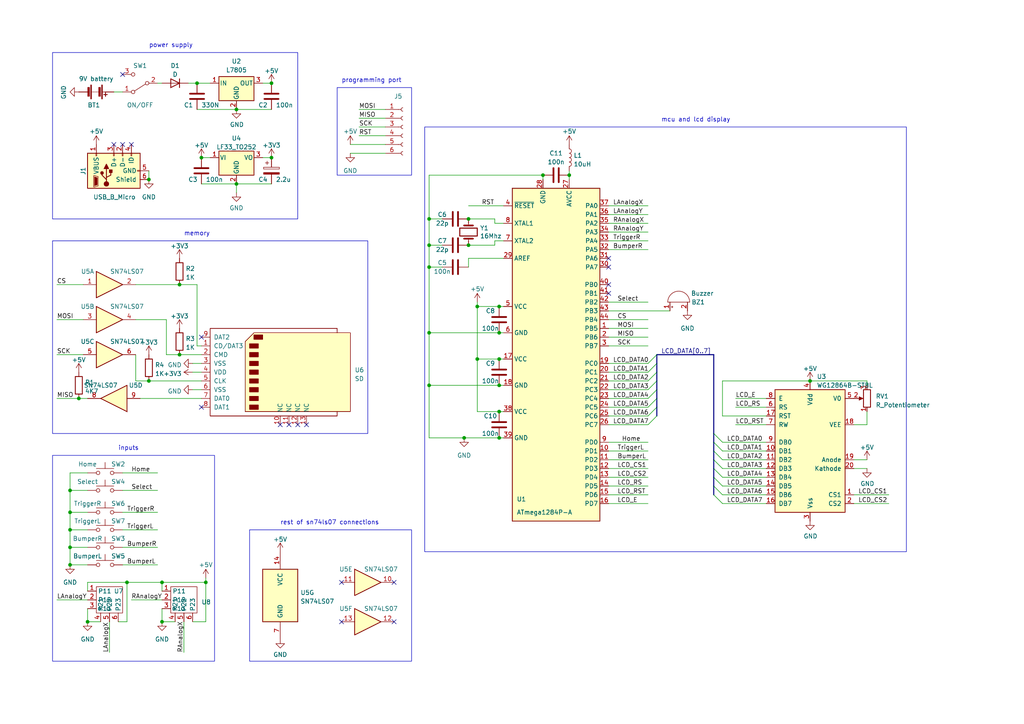
<source format=kicad_sch>
(kicad_sch (version 20230121) (generator eeschema)
  (paper "A4")
  (lib_symbols
    (symbol "74xx:SN74LS07" (pin_names (offset 1.016))
      (property "Reference" "U" (at 0 1.27 0))
      (property "Value" "SN74LS07" (at 0 -1.27 0))
      (symbol "SN74LS07_1_0"
        (pin input line (at -7.62 0 0) (length 3.81) (name "~") (number "1"))
        (pin open_collector line (at 7.62 0 180) (length 3.81) (name "~") (number "2"))
      )
      (symbol "SN74LS07_2_0"
        (pin input line (at -7.62 0 0) (length 3.81) (name "~") (number "3"))
        (pin open_collector line (at 7.62 0 180) (length 3.81) (name "~") (number "4"))
      )
      (symbol "SN74LS07_3_0"
        (pin input line (at -7.62 0 0) (length 3.81) (name "~") (number "5"))
        (pin open_collector line (at 7.62 0 180) (length 3.81) (name "~") (number "6"))
      )
      (symbol "SN74LS07_4_0"
        (pin open_collector line (at 7.62 0 180) (length 3.81) (name "~") (number "8"))
        (pin input line (at -7.62 0 0) (length 3.81) (name "~") (number "9"))
      )
      (symbol "SN74LS07_5_0"
        (pin open_collector line (at 7.62 0 180) (length 3.81) (name "~") (number "10"))
        (pin input line (at -7.62 0 0) (length 3.81) (name "~") (number "11"))
      )
      (symbol "SN74LS07_6_0"
        (pin open_collector line (at 7.62 0 180) (length 3.81) (name "~") (number "12"))
        (pin input line (at -7.62 0 0) (length 3.81) (name "~") (number "13"))
      )
      (symbol "SN74LS07_7_0"
        (pin power_in line (at 0 12.7 270) (length 5.08) (name "VCC") (number "14"))
        (pin power_in line (at 0 -12.7 90) (length 5.08) (name "GND") (number "7"))
      )
    )
    (symbol "Connector:Conn_01x06_Socket" (pin_names (offset 1.016) hide)
      (property "Reference" "J" (at 0 7.62 0))
      (property "Value" "Conn_01x06_Socket" (at 0 -10.16 0))
      (symbol "Conn_01x06_Socket_1_1"
        (pin passive line (at -5.08 5.08 0) (length 3.81) (name "Pin_1") (number "1"))
        (pin passive line (at -5.08 2.54 0) (length 3.81) (name "Pin_2") (number "2"))
        (pin passive line (at -5.08 0 0) (length 3.81) (name "Pin_3") (number "3"))
        (pin passive line (at -5.08 -2.54 0) (length 3.81) (name "Pin_4") (number "4"))
        (pin passive line (at -5.08 -5.08 0) (length 3.81) (name "Pin_5") (number "5"))
        (pin passive line (at -5.08 -7.62 0) (length 3.81) (name "Pin_6") (number "6"))
      )
    )
    (symbol "Device:Battery" (pin_numbers hide) (pin_names (offset 0) hide)
      (property "Reference" "BT" (at 2.54 2.54 0))
      (property "Value" "Battery" (at 2.54 0 0))
      (symbol "Battery_1_1"
        (pin passive line (at 0 5.08 270) (length 2.54) (name "+") (number "1"))
        (pin passive line (at 0 -5.08 90) (length 2.54) (name "-") (number "2"))
      )
    )
    (symbol "Device:Buzzer" (pin_names (offset 0.0254) hide)
      (property "Reference" "BZ" (at 3.81 1.27 0))
      (property "Value" "Buzzer" (at 3.81 -1.27 0))
      (symbol "Buzzer_1_1"
        (pin passive line (at -2.54 2.54 0) (length 2.54) (name "-") (number "1"))
        (pin passive line (at -2.54 -2.54 0) (length 2.54) (name "+") (number "2"))
      )
    )
    (symbol "Device:C" (pin_numbers hide) (pin_names (offset 0.254))
      (property "Reference" "C" (at 0.635 2.54 0))
      (property "Value" "C" (at 0.635 -2.54 0))
      (symbol "C_1_1"
        (pin passive line (at 0 3.81 270) (length 2.794) (name "~") (number "1"))
        (pin passive line (at 0 -3.81 90) (length 2.794) (name "~") (number "2"))
      )
    )
    (symbol "Device:C_Polarized" (pin_numbers hide) (pin_names (offset 0.254))
      (property "Reference" "C" (at 0.635 2.54 0))
      (property "Value" "C_Polarized" (at 0.635 -2.54 0))
      (symbol "C_Polarized_1_1"
        (pin passive line (at 0 3.81 270) (length 2.794) (name "~") (number "1"))
        (pin passive line (at 0 -3.81 90) (length 2.794) (name "~") (number "2"))
      )
    )
    (symbol "Device:Crystal" (pin_numbers hide) (pin_names (offset 1.016) hide)
      (property "Reference" "Y" (at 0 3.81 0))
      (property "Value" "Crystal" (at 0 -3.81 0))
      (symbol "Crystal_1_1"
        (pin passive line (at -3.81 0 0) (length 1.27) (name "1") (number "1"))
        (pin passive line (at 3.81 0 180) (length 1.27) (name "2") (number "2"))
      )
    )
    (symbol "Device:D" (pin_numbers hide) (pin_names (offset 1.016) hide)
      (property "Reference" "D" (at 0 2.54 0))
      (property "Value" "D" (at 0 -2.54 0))
      (symbol "D_1_1"
        (pin passive line (at -3.81 0 0) (length 2.54) (name "K") (number "1"))
        (pin passive line (at 3.81 0 180) (length 2.54) (name "A") (number "2"))
      )
    )
    (symbol "Device:L" (pin_numbers hide) (pin_names (offset 1.016) hide)
      (property "Reference" "L" (at -1.27 0 90))
      (property "Value" "L" (at 1.905 0 90))
      (symbol "L_1_1"
        (pin passive line (at 0 3.81 270) (length 1.27) (name "1") (number "1"))
        (pin passive line (at 0 -3.81 90) (length 1.27) (name "2") (number "2"))
      )
    )
    (symbol "Device:R" (pin_numbers hide) (pin_names (offset 0))
      (property "Reference" "R" (at 2.032 0 90))
      (property "Value" "R" (at 0 0 90))
      (symbol "R_1_1"
        (pin passive line (at 0 3.81 270) (length 1.27) (name "~") (number "1"))
        (pin passive line (at 0 -3.81 90) (length 1.27) (name "~") (number "2"))
      )
    )
    (symbol "Device:R_Potentiometer" (pin_names (offset 1.016) hide)
      (property "Reference" "RV" (at -4.445 0 90))
      (property "Value" "R_Potentiometer" (at -2.54 0 90))
      (symbol "R_Potentiometer_1_1"
        (pin passive line (at 0 3.81 270) (length 1.27) (name "1") (number "1"))
        (pin passive line (at 3.81 0 180) (length 1.27) (name "2") (number "2"))
        (pin passive line (at 0 -3.81 90) (length 1.27) (name "3") (number "3"))
      )
    )
    (symbol "Regulator_Linear:LF33_TO252" (pin_names (offset 0.254))
      (property "Reference" "U" (at -3.81 3.175 0))
      (property "Value" "LF33_TO252" (at 0 3.175 0))
      (symbol "LF33_TO252_1_1"
        (pin power_in line (at -7.62 0 0) (length 2.54) (name "VI") (number "1"))
        (pin power_in line (at 0 -7.62 90) (length 2.54) (name "GND") (number "2"))
        (pin power_out line (at 7.62 0 180) (length 2.54) (name "VO") (number "3"))
      )
    )
    (symbol "RetCon:ATmega1284P-A"
      (property "Reference" "U1" (at 1.9559 -50.8 0))
      (property "Value" "ATmega1284P-A" (at 1.9559 -53.34 0))
      (symbol "ATmega1284P-A_1_1"
        (pin bidirectional line (at 15.24 7.62 180) (length 2.54) (name "PB5") (number "1"))
        (pin bidirectional line (at 15.24 -27.94 180) (length 2.54) (name "PD1") (number "10"))
        (pin bidirectional line (at 15.24 -30.48 180) (length 2.54) (name "PD2") (number "11"))
        (pin bidirectional line (at 15.24 -33.02 180) (length 2.54) (name "PD3") (number "12"))
        (pin bidirectional line (at 15.24 -35.56 180) (length 2.54) (name "PD4") (number "13"))
        (pin bidirectional line (at 15.24 -38.1 180) (length 2.54) (name "PD5") (number "14"))
        (pin bidirectional line (at 15.24 -40.64 180) (length 2.54) (name "PD6") (number "15"))
        (pin bidirectional line (at 15.24 -43.18 180) (length 2.54) (name "PD7") (number "16"))
        (pin power_in line (at -15.24 -1.27 0) (length 2.54) (name "VCC") (number "17"))
        (pin power_in line (at -15.24 -8.89 0) (length 2.54) (name "GND") (number "18"))
        (pin bidirectional line (at 15.24 -2.54 180) (length 2.54) (name "PC0") (number "19"))
        (pin bidirectional line (at 15.24 5.08 180) (length 2.54) (name "PB6") (number "2"))
        (pin bidirectional line (at 15.24 -5.08 180) (length 2.54) (name "PC1") (number "20"))
        (pin bidirectional line (at 15.24 -7.62 180) (length 2.54) (name "PC2") (number "21"))
        (pin bidirectional line (at 15.24 -10.16 180) (length 2.54) (name "PC3") (number "22"))
        (pin bidirectional line (at 15.24 -12.7 180) (length 2.54) (name "PC4") (number "23"))
        (pin bidirectional line (at 15.24 -15.24 180) (length 2.54) (name "PC5") (number "24"))
        (pin bidirectional line (at 15.24 -17.78 180) (length 2.54) (name "PC6") (number "25"))
        (pin bidirectional line (at 15.24 -20.32 180) (length 2.54) (name "PC7") (number "26"))
        (pin input line (at 3.81 50.8 270) (length 2.54) (name "AVCC") (number "27"))
        (pin power_in line (at -3.81 50.8 270) (length 2.54) (name "GND") (number "28"))
        (pin passive line (at -15.24 27.94 0) (length 2.54) (name "AREF") (number "29"))
        (pin bidirectional line (at 15.24 2.54 180) (length 2.54) (name "PB7") (number "3"))
        (pin bidirectional line (at 15.24 25.4 180) (length 2.54) (name "PA7") (number "30"))
        (pin bidirectional line (at 15.24 27.94 180) (length 2.54) (name "PA6") (number "31"))
        (pin bidirectional line (at 15.24 30.48 180) (length 2.54) (name "PA5") (number "32"))
        (pin bidirectional line (at 15.24 33.02 180) (length 2.54) (name "PA4") (number "33"))
        (pin bidirectional line (at 15.24 35.56 180) (length 2.54) (name "PA3") (number "34"))
        (pin bidirectional line (at 15.24 38.1 180) (length 2.54) (name "PA2") (number "35"))
        (pin bidirectional line (at 15.24 40.64 180) (length 2.54) (name "PA1") (number "36"))
        (pin bidirectional line (at 15.24 43.18 180) (length 2.54) (name "PA0") (number "37"))
        (pin power_in line (at -15.24 -16.51 0) (length 2.54) (name "VCC") (number "38"))
        (pin power_in line (at -15.24 -24.13 0) (length 2.54) (name "GND") (number "39"))
        (pin input line (at -15.24 43.18 0) (length 2.54) (name "~{RESET}") (number "4"))
        (pin bidirectional line (at 15.24 20.32 180) (length 2.54) (name "PB0") (number "40"))
        (pin bidirectional line (at 15.24 17.78 180) (length 2.54) (name "PB1") (number "41"))
        (pin bidirectional line (at 15.24 15.24 180) (length 2.54) (name "PB2") (number "42"))
        (pin bidirectional line (at 15.24 12.7 180) (length 2.54) (name "PB3") (number "43"))
        (pin bidirectional line (at 15.24 10.16 180) (length 2.54) (name "PB4") (number "44"))
        (pin power_in line (at -15.24 13.97 0) (length 2.54) (name "VCC") (number "5"))
        (pin power_in line (at -15.24 6.35 0) (length 2.54) (name "GND") (number "6"))
        (pin output line (at -15.24 33.02 0) (length 2.54) (name "XTAL2") (number "7"))
        (pin input line (at -15.24 38.1 0) (length 2.54) (name "XTAL1") (number "8"))
        (pin bidirectional line (at 15.24 -25.4 180) (length 2.54) (name "PD0") (number "9"))
      )
    )
    (symbol "RetCon:L7805" (pin_names (offset 0.254))
      (property "Reference" "U2" (at -3.81 3.81 0))
      (property "Value" "L7805" (at 2.54 3.81 0))
      (symbol "L7805_1_1"
        (pin input line (at -7.62 0 0) (length 2.54) (name "IN") (number "1"))
        (pin power_in line (at 0 -7.62 90) (length 2.54) (name "GND") (number "2"))
        (pin power_out line (at 7.62 0 180) (length 2.54) (name "OUT") (number "3"))
      )
    )
    (symbol "RetCon:SD" (pin_names (offset 1.016))
      (property "Reference" "U6" (at 20.955 0.8347 0))
      (property "Value" "SD" (at 20.955 -1.7022 0))
      (symbol "SD_1_1"
        (pin input line (at -22.86 7.62 0) (length 2.54) (name "CD/DAT3") (number "1"))
        (pin input line (at 0 -15.24 90) (length 2.54) (name "NC") (number "10"))
        (pin input line (at 2.54 -15.24 90) (length 2.54) (name "NC") (number "11"))
        (pin input line (at 5.08 -15.24 90) (length 2.54) (name "NC") (number "12"))
        (pin input line (at 7.62 -15.24 90) (length 2.54) (name "NC") (number "13"))
        (pin input line (at -22.86 5.08 0) (length 2.54) (name "CMD") (number "2"))
        (pin power_in line (at -22.86 2.54 0) (length 2.54) (name "VSS") (number "3"))
        (pin power_in line (at -22.86 0 0) (length 2.54) (name "VDD") (number "4"))
        (pin input line (at -22.86 -2.54 0) (length 2.54) (name "CLK") (number "5"))
        (pin power_in line (at -22.86 -5.08 0) (length 2.54) (name "VSS") (number "6"))
        (pin output line (at -22.86 -7.62 0) (length 2.54) (name "DAT0") (number "7"))
        (pin input line (at -22.86 -10.16 0) (length 2.54) (name "DAT1") (number "8"))
        (pin input line (at -22.86 10.16 0) (length 2.54) (name "DAT2") (number "9"))
      )
    )
    (symbol "RetCon:USB_B_Micro" (pin_names (offset 1.016))
      (property "Reference" "J6" (at -0.635 -8.89 90))
      (property "Value" "USB_B_Micro" (at 1.905 -8.89 90))
      (symbol "USB_B_Micro_1_1"
        (pin power_in line (at 7.62 5.08 180) (length 2.54) (name "VBUS") (number "1"))
        (pin bidirectional line (at 7.62 -2.54 180) (length 2.54) (name "D-") (number "2"))
        (pin bidirectional line (at 7.62 0 180) (length 2.54) (name "D+") (number "3"))
        (pin passive line (at 7.62 -5.08 180) (length 2.54) (name "ID") (number "4"))
        (pin power_out line (at 0 -10.16 90) (length 2.54) (name "GND") (number "5"))
        (pin passive line (at -2.54 -10.16 90) (length 2.54) (name "Shield") (number "6"))
      )
    )
    (symbol "RetCon:WG12864B-STBL" (pin_names (offset 1.016))
      (property "Reference" "U3" (at 0 0 0))
      (property "Value" "WG12864B-STBL" (at 0 6.35 0))
      (symbol "WG12864B-STBL_1_1"
        (pin input line (at 12.7 -11.43 180) (length 2.54) (name "CS1") (number "1"))
        (pin input line (at -12.7 1.27 0) (length 2.54) (name "DB1") (number "10"))
        (pin input line (at -12.7 -1.27 0) (length 2.54) (name "DB2") (number "11"))
        (pin input line (at -12.7 -3.81 0) (length 2.54) (name "DB3") (number "12"))
        (pin input line (at -12.7 -6.35 0) (length 2.54) (name "DB4") (number "13"))
        (pin input line (at -12.7 -8.89 0) (length 2.54) (name "DB5") (number "14"))
        (pin input line (at -12.7 -11.43 0) (length 2.54) (name "DB6") (number "15"))
        (pin input line (at -12.7 -13.97 0) (length 2.54) (name "DB7") (number "16"))
        (pin input line (at -12.7 11.43 0) (length 2.54) (name "RST") (number "17"))
        (pin passive line (at 12.7 8.89 180) (length 2.54) (name "VEE") (number "18"))
        (pin input line (at 12.7 -1.27 180) (length 2.54) (name "Anode") (number "19"))
        (pin input line (at 12.7 -13.97 180) (length 2.54) (name "CS2") (number "2"))
        (pin input line (at 12.7 -3.81 180) (length 2.54) (name "Kathode") (number "20"))
        (pin power_in line (at 0 -19.05 90) (length 2.54) (name "Vss") (number "3"))
        (pin power_in line (at 0 21.59 270) (length 2.54) (name "Vdd") (number "4"))
        (pin input line (at 12.7 16.51 180) (length 2.54) (name "V0") (number "5"))
        (pin input line (at -12.7 13.97 0) (length 2.54) (name "RS") (number "6"))
        (pin input line (at -12.7 8.89 0) (length 2.54) (name "RW") (number "7"))
        (pin input line (at -12.7 16.51 0) (length 2.54) (name "E") (number "8"))
        (pin input line (at -12.7 3.81 0) (length 2.54) (name "DB0") (number "9"))
      )
    )
    (symbol "RetCon:joystickTHT"
      (property "Reference" "U7" (at 1.27 2.54 0))
      (property "Value" "~" (at 0 0 0))
      (symbol "joystickTHT_1_1"
        (pin input line (at -6.35 2.54 0) (length 2.54) (name "P11") (number "1"))
        (pin input line (at -6.35 0 0) (length 2.54) (name "P12") (number "2"))
        (pin input line (at -6.35 -2.54 0) (length 2.54) (name "P13") (number "3"))
        (pin input line (at -2.54 -6.35 90) (length 2.54) (name "P21") (number "4"))
        (pin input line (at 0 -6.35 90) (length 2.54) (name "P22") (number "5"))
        (pin input line (at 2.54 -6.35 90) (length 2.54) (name "P23") (number "6"))
      )
    )
    (symbol "Switch:SW_Push" (pin_numbers hide) (pin_names (offset 1.016) hide)
      (property "Reference" "SW" (at 1.27 2.54 0))
      (property "Value" "SW_Push" (at 0 -1.524 0))
      (symbol "SW_Push_0_1"
        (pin passive line (at -5.08 0 0) (length 2.54) (name "1") (number "1"))
        (pin passive line (at 5.08 0 180) (length 2.54) (name "2") (number "2"))
      )
    )
    (symbol "Switch:SW_SPDT" (pin_names (offset 0) hide)
      (property "Reference" "SW" (at 0 4.318 0))
      (property "Value" "SW_SPDT" (at 0 -5.08 0))
      (symbol "SW_SPDT_1_1"
        (pin passive line (at 5.08 2.54 180) (length 2.54) (name "A") (number "1"))
        (pin passive line (at -5.08 0 0) (length 2.54) (name "B") (number "2"))
        (pin passive line (at 5.08 -2.54 180) (length 2.54) (name "C") (number "3"))
      )
    )
    (symbol "power:+3V3" (power) (pin_names (offset 0))
      (property "Value" "+3V3" (at 0 3.556 0))
      (symbol "+3V3_1_1"
        (pin power_in line (at 0 0 90) (length 0) hide (name "+3V3") (number "1"))
      )
    )
    (symbol "power:+5V" (power) (pin_names (offset 0))
      (property "Value" "+5V" (at 0 3.556 0))
      (symbol "+5V_1_1"
        (pin power_in line (at 0 0 90) (length 0) hide (name "+5V") (number "1"))
      )
    )
    (symbol "power:GND" (power) (pin_names (offset 0))
      (property "Value" "GND" (at 0 -3.81 0))
      (symbol "GND_1_1"
        (pin power_in line (at 0 0 270) (length 0) hide (name "GND") (number "1"))
      )
    )
  )
  (junction (at 234.95 110.49))
  (junction (at 20.32 148.59))
  (junction (at 138.43 104.14))
  (junction (at 59.69 168.91))
  (junction (at 52.07 82.55))
  (junction (at 68.58 31.75))
  (junction (at 46.99 168.91))
  (junction (at 43.18 52.07))
  (junction (at 124.46 63.5))
  (junction (at 124.46 71.12))
  (junction (at 124.46 111.76))
  (junction (at 144.78 127))
  (junction (at 144.78 88.9))
  (junction (at 144.78 119.38))
  (junction (at 135.89 71.12))
  (junction (at 20.32 142.24))
  (junction (at 22.86 115.57))
  (junction (at 57.15 24.13))
  (junction (at 58.42 45.72))
  (junction (at 43.18 110.49))
  (junction (at 20.32 163.83))
  (junction (at 78.74 24.13))
  (junction (at 20.32 158.75))
  (junction (at 20.32 153.67))
  (junction (at 138.43 88.9))
  (junction (at 144.78 111.76))
  (junction (at 144.78 96.52))
  (junction (at 25.4 180.34))
  (junction (at 68.58 53.34))
  (junction (at 144.78 104.14))
  (junction (at 165.1 50.8))
  (junction (at 78.74 45.72))
  (junction (at 134.62 127))
  (junction (at 46.99 180.34))
  (junction (at 135.89 63.5))
  (junction (at 124.46 77.47))
  (junction (at 52.07 102.87))
  (junction (at 124.46 96.52))
  (junction (at 157.48 50.8))
  (junction (at 36.83 168.91))
  (no_connect (at 114.3 168.91))
  (no_connect (at 38.1 41.91))
  (no_connect (at 35.56 41.91))
  (no_connect (at 83.82 123.19))
  (no_connect (at 176.53 77.47))
  (no_connect (at 58.42 118.11))
  (no_connect (at 99.06 168.91))
  (no_connect (at 58.42 97.79))
  (no_connect (at 33.02 41.91))
  (no_connect (at 99.06 180.34))
  (no_connect (at 86.36 123.19))
  (no_connect (at 176.53 82.55))
  (no_connect (at 114.3 180.34))
  (no_connect (at 88.9 123.19))
  (no_connect (at 176.53 74.93))
  (no_connect (at 35.56 21.59))
  (no_connect (at 81.28 123.19))
  (no_connect (at 176.53 85.09))
  (bus_entry (at 187.96 115.57) (size 2.54 -2.54))
  (bus_entry (at 207.01 133.35) (size 2.54 2.54))
  (bus_entry (at 207.01 138.43) (size 2.54 2.54))
  (bus_entry (at 187.96 113.03) (size 2.54 -2.54))
  (bus_entry (at 207.01 143.51) (size 2.54 2.54))
  (bus_entry (at 207.01 130.81) (size 2.54 2.54))
  (bus_entry (at 187.96 123.19) (size 2.54 -2.54))
  (bus_entry (at 187.96 110.49) (size 2.54 -2.54))
  (bus_entry (at 187.96 120.65) (size 2.54 -2.54))
  (bus_entry (at 207.01 140.97) (size 2.54 2.54))
  (bus_entry (at 207.01 125.73) (size 2.54 2.54))
  (bus_entry (at 187.96 118.11) (size 2.54 -2.54))
  (bus_entry (at 187.96 105.41) (size 2.54 -2.54))
  (bus_entry (at 207.01 135.89) (size 2.54 2.54))
  (bus_entry (at 187.96 107.95) (size 2.54 -2.54))
  (bus_entry (at 207.01 128.27) (size 2.54 2.54))
  (wire (pts (xy 209.55 128.27) (xy 222.25 128.27)))
  (wire (pts (xy 43.18 110.49) (xy 58.42 110.49)))
  (wire (pts (xy 55.88 105.41) (xy 58.42 105.41)))
  (wire (pts (xy 213.36 115.57) (xy 222.25 115.57)))
  (wire (pts (xy 59.69 168.91) (xy 59.69 180.34)))
  (wire (pts (xy 124.46 63.5) (xy 124.46 50.8)))
  (wire (pts (xy 25.4 137.16) (xy 20.32 137.16)))
  (wire (pts (xy 20.32 148.59) (xy 20.32 153.67)))
  (wire (pts (xy 213.36 123.19) (xy 222.25 123.19)))
  (wire (pts (xy 16.51 173.99) (xy 25.4 173.99)))
  (wire (pts (xy 54.61 24.13) (xy 57.15 24.13)))
  (wire (pts (xy 176.53 97.79) (xy 187.96 97.79)))
  (wire (pts (xy 104.14 36.83) (xy 111.76 36.83)))
  (wire (pts (xy 176.53 146.05) (xy 187.96 146.05)))
  (wire (pts (xy 128.27 63.5) (xy 124.46 63.5)))
  (wire (pts (xy 222.25 120.65) (xy 209.55 120.65)))
  (wire (pts (xy 20.32 148.59) (xy 25.4 148.59)))
  (wire (pts (xy 176.53 123.19) (xy 187.96 123.19)))
  (wire (pts (xy 176.53 140.97) (xy 187.96 140.97)))
  (wire (pts (xy 101.6 41.91) (xy 111.76 41.91)))
  (wire (pts (xy 176.53 72.39) (xy 187.96 72.39)))
  (wire (pts (xy 134.62 127) (xy 124.46 127)))
  (wire (pts (xy 16.51 102.87) (xy 24.13 102.87)))
  (wire (pts (xy 25.4 176.53) (xy 25.4 180.34)))
  (wire (pts (xy 165.1 50.8) (xy 165.1 52.07)))
  (wire (pts (xy 16.51 115.57) (xy 22.86 115.57)))
  (bus (pts (xy 207.01 130.81) (xy 207.01 133.35)))
  (wire (pts (xy 68.58 53.34) (xy 68.58 55.88)))
  (wire (pts (xy 43.18 49.53) (xy 43.18 52.07)))
  (wire (pts (xy 25.4 168.91) (xy 36.83 168.91)))
  (wire (pts (xy 16.51 92.71) (xy 24.13 92.71)))
  (wire (pts (xy 176.53 128.27) (xy 187.96 128.27)))
  (wire (pts (xy 176.53 138.43) (xy 187.96 138.43)))
  (wire (pts (xy 52.07 102.87) (xy 58.42 102.87)))
  (wire (pts (xy 124.46 96.52) (xy 124.46 111.76)))
  (wire (pts (xy 176.53 110.49) (xy 187.96 110.49)))
  (bus (pts (xy 207.01 135.89) (xy 207.01 138.43)))
  (wire (pts (xy 135.89 63.5) (xy 143.51 63.5)))
  (wire (pts (xy 176.53 92.71) (xy 187.96 92.71)))
  (wire (pts (xy 46.99 168.91) (xy 59.69 168.91)))
  (wire (pts (xy 144.78 111.76) (xy 146.05 111.76)))
  (wire (pts (xy 25.4 180.34) (xy 29.21 180.34)))
  (wire (pts (xy 138.43 88.9) (xy 138.43 104.14)))
  (wire (pts (xy 55.88 107.95) (xy 58.42 107.95)))
  (wire (pts (xy 176.53 143.51) (xy 187.96 143.51)))
  (wire (pts (xy 176.53 120.65) (xy 187.96 120.65)))
  (wire (pts (xy 135.89 77.47) (xy 135.89 74.93)))
  (wire (pts (xy 209.55 133.35) (xy 222.25 133.35)))
  (wire (pts (xy 16.51 82.55) (xy 24.13 82.55)))
  (wire (pts (xy 59.69 180.34) (xy 55.88 180.34)))
  (bus (pts (xy 190.5 110.49) (xy 190.5 107.95)))
  (wire (pts (xy 46.99 173.99) (xy 38.1 173.99)))
  (wire (pts (xy 209.55 120.65) (xy 209.55 110.49)))
  (wire (pts (xy 143.51 63.5) (xy 143.51 64.77)))
  (wire (pts (xy 176.53 105.41) (xy 187.96 105.41)))
  (wire (pts (xy 176.53 67.31) (xy 187.96 67.31)))
  (wire (pts (xy 144.78 88.9) (xy 138.43 88.9)))
  (wire (pts (xy 144.78 127) (xy 134.62 127)))
  (wire (pts (xy 20.32 153.67) (xy 25.4 153.67)))
  (wire (pts (xy 124.46 63.5) (xy 124.46 71.12)))
  (wire (pts (xy 25.4 171.45) (xy 25.4 168.91)))
  (wire (pts (xy 209.55 130.81) (xy 222.25 130.81)))
  (bus (pts (xy 207.01 140.97) (xy 207.01 143.51)))
  (wire (pts (xy 35.56 148.59) (xy 45.72 148.59)))
  (bus (pts (xy 207.01 128.27) (xy 207.01 130.81)))
  (wire (pts (xy 20.32 153.67) (xy 20.32 158.75)))
  (bus (pts (xy 207.01 125.73) (xy 207.01 128.27)))
  (wire (pts (xy 124.46 111.76) (xy 144.78 111.76)))
  (wire (pts (xy 176.53 133.35) (xy 187.96 133.35)))
  (wire (pts (xy 57.15 100.33) (xy 57.15 82.55)))
  (wire (pts (xy 50.8 180.34) (xy 46.99 180.34)))
  (wire (pts (xy 58.42 53.34) (xy 68.58 53.34)))
  (wire (pts (xy 22.86 115.57) (xy 25.4 115.57)))
  (wire (pts (xy 45.72 24.13) (xy 46.99 24.13)))
  (wire (pts (xy 144.78 104.14) (xy 146.05 104.14)))
  (wire (pts (xy 31.75 180.34) (xy 31.75 189.23)))
  (bus (pts (xy 207.01 133.35) (xy 207.01 135.89)))
  (bus (pts (xy 190.5 118.11) (xy 190.5 115.57)))
  (wire (pts (xy 143.51 64.77) (xy 146.05 64.77)))
  (wire (pts (xy 20.32 137.16) (xy 20.32 142.24)))
  (wire (pts (xy 176.53 87.63) (xy 187.96 87.63)))
  (wire (pts (xy 209.55 146.05) (xy 222.25 146.05)))
  (wire (pts (xy 57.15 31.75) (xy 68.58 31.75)))
  (wire (pts (xy 144.78 127) (xy 146.05 127)))
  (wire (pts (xy 35.56 142.24) (xy 45.72 142.24)))
  (wire (pts (xy 39.37 110.49) (xy 39.37 102.87)))
  (wire (pts (xy 135.89 59.69) (xy 146.05 59.69)))
  (wire (pts (xy 39.37 82.55) (xy 52.07 82.55)))
  (wire (pts (xy 55.88 113.03) (xy 58.42 113.03)))
  (wire (pts (xy 251.46 111.76) (xy 251.46 110.49)))
  (wire (pts (xy 43.18 110.49) (xy 39.37 110.49)))
  (wire (pts (xy 135.89 74.93) (xy 146.05 74.93)))
  (wire (pts (xy 104.14 34.29) (xy 111.76 34.29)))
  (wire (pts (xy 209.55 138.43) (xy 222.25 138.43)))
  (wire (pts (xy 247.65 123.19) (xy 251.46 123.19)))
  (wire (pts (xy 165.1 49.53) (xy 165.1 50.8)))
  (wire (pts (xy 20.32 142.24) (xy 25.4 142.24)))
  (wire (pts (xy 124.46 71.12) (xy 124.46 77.47)))
  (wire (pts (xy 138.43 104.14) (xy 138.43 119.38)))
  (wire (pts (xy 176.53 115.57) (xy 187.96 115.57)))
  (wire (pts (xy 143.51 69.85) (xy 146.05 69.85)))
  (bus (pts (xy 190.5 113.03) (xy 190.5 110.49)))
  (wire (pts (xy 39.37 92.71) (xy 48.26 92.71)))
  (bus (pts (xy 190.5 120.65) (xy 190.5 118.11)))
  (wire (pts (xy 124.46 111.76) (xy 124.46 127)))
  (wire (pts (xy 20.32 142.24) (xy 20.32 148.59)))
  (wire (pts (xy 124.46 71.12) (xy 128.27 71.12)))
  (wire (pts (xy 124.46 77.47) (xy 124.46 96.52)))
  (wire (pts (xy 36.83 168.91) (xy 46.99 168.91)))
  (wire (pts (xy 46.99 171.45) (xy 46.99 168.91)))
  (wire (pts (xy 33.02 26.67) (xy 35.56 26.67)))
  (wire (pts (xy 53.34 180.34) (xy 53.34 189.23)))
  (wire (pts (xy 176.53 64.77) (xy 187.96 64.77)))
  (wire (pts (xy 34.29 180.34) (xy 36.83 180.34)))
  (wire (pts (xy 209.55 143.51) (xy 222.25 143.51)))
  (wire (pts (xy 124.46 50.8) (xy 157.48 50.8)))
  (wire (pts (xy 104.14 31.75) (xy 111.76 31.75)))
  (wire (pts (xy 57.15 24.13) (xy 60.96 24.13)))
  (wire (pts (xy 176.53 69.85) (xy 187.96 69.85)))
  (wire (pts (xy 57.15 100.33) (xy 58.42 100.33)))
  (wire (pts (xy 35.56 153.67) (xy 45.72 153.67)))
  (wire (pts (xy 251.46 133.35) (xy 247.65 133.35)))
  (wire (pts (xy 176.53 107.95) (xy 187.96 107.95)))
  (wire (pts (xy 124.46 96.52) (xy 144.78 96.52)))
  (wire (pts (xy 40.64 115.57) (xy 58.42 115.57)))
  (wire (pts (xy 135.89 71.12) (xy 143.51 71.12)))
  (wire (pts (xy 59.69 167.64) (xy 59.69 168.91)))
  (wire (pts (xy 144.78 88.9) (xy 146.05 88.9)))
  (bus (pts (xy 207.01 138.43) (xy 207.01 140.97)))
  (wire (pts (xy 104.14 39.37) (xy 111.76 39.37)))
  (wire (pts (xy 176.53 62.23) (xy 187.96 62.23)))
  (wire (pts (xy 76.2 45.72) (xy 78.74 45.72)))
  (wire (pts (xy 57.15 82.55) (xy 52.07 82.55)))
  (wire (pts (xy 209.55 110.49) (xy 234.95 110.49)))
  (wire (pts (xy 36.83 180.34) (xy 36.83 168.91)))
  (wire (pts (xy 176.53 135.89) (xy 187.96 135.89)))
  (wire (pts (xy 101.6 44.45) (xy 111.76 44.45)))
  (wire (pts (xy 176.53 59.69) (xy 187.96 59.69)))
  (wire (pts (xy 138.43 119.38) (xy 144.78 119.38)))
  (wire (pts (xy 35.56 158.75) (xy 45.72 158.75)))
  (bus (pts (xy 207.01 102.87) (xy 207.01 125.73)))
  (wire (pts (xy 176.53 100.33) (xy 187.96 100.33)))
  (wire (pts (xy 247.65 143.51) (xy 257.81 143.51)))
  (bus (pts (xy 190.5 102.87) (xy 207.01 102.87)))
  (wire (pts (xy 176.53 118.11) (xy 187.96 118.11)))
  (wire (pts (xy 46.99 180.34) (xy 46.99 176.53)))
  (wire (pts (xy 213.36 118.11) (xy 222.25 118.11)))
  (wire (pts (xy 76.2 24.13) (xy 78.74 24.13)))
  (wire (pts (xy 209.55 140.97) (xy 222.25 140.97)))
  (bus (pts (xy 190.5 115.57) (xy 190.5 113.03)))
  (wire (pts (xy 144.78 96.52) (xy 146.05 96.52)))
  (wire (pts (xy 143.51 71.12) (xy 143.51 69.85)))
  (wire (pts (xy 251.46 135.89) (xy 247.65 135.89)))
  (bus (pts (xy 190.5 107.95) (xy 190.5 105.41)))
  (wire (pts (xy 58.42 45.72) (xy 60.96 45.72)))
  (wire (pts (xy 251.46 123.19) (xy 251.46 119.38)))
  (wire (pts (xy 176.53 95.25) (xy 187.96 95.25)))
  (wire (pts (xy 157.48 50.8) (xy 157.48 52.07)))
  (wire (pts (xy 138.43 88.9) (xy 138.43 87.63)))
  (wire (pts (xy 176.53 130.81) (xy 187.96 130.81)))
  (wire (pts (xy 68.58 31.75) (xy 78.74 31.75)))
  (bus (pts (xy 190.5 105.41) (xy 190.5 102.87)))
  (wire (pts (xy 20.32 158.75) (xy 20.32 163.83)))
  (wire (pts (xy 176.53 113.03) (xy 187.96 113.03)))
  (wire (pts (xy 52.07 102.87) (xy 48.26 102.87)))
  (wire (pts (xy 124.46 77.47) (xy 128.27 77.47)))
  (wire (pts (xy 68.58 53.34) (xy 78.74 53.34)))
  (wire (pts (xy 247.65 146.05) (xy 257.81 146.05)))
  (wire (pts (xy 35.56 137.16) (xy 45.72 137.16)))
  (wire (pts (xy 176.53 90.17) (xy 194.31 90.17)))
  (wire (pts (xy 251.46 110.49) (xy 234.95 110.49)))
  (wire (pts (xy 20.32 158.75) (xy 25.4 158.75)))
  (wire (pts (xy 144.78 119.38) (xy 146.05 119.38)))
  (wire (pts (xy 20.32 163.83) (xy 25.4 163.83)))
  (wire (pts (xy 209.55 135.89) (xy 222.25 135.89)))
  (wire (pts (xy 138.43 104.14) (xy 144.78 104.14)))
  (wire (pts (xy 48.26 102.87) (xy 48.26 92.71)))
  (wire (pts (xy 35.56 163.83) (xy 45.72 163.83)))
  (rectangle (start 72.39 153.67) (end 119.38 191.77))
  (rectangle (start 15.24 132.08) (end 62.23 191.77))
  (rectangle (start 15.24 69.85) (end 106.68 125.73))
  (rectangle (start 97.79 25.4) (end 119.38 50.8))
  (rectangle (start 15.24 15.24) (end 86.36 63.5))
  (rectangle (start 123.19 36.83) (end 262.89 160.02))
  (text "mcu and lcd display" (at 191.77 35.56 0) (effects (font (size 1.27 1.27)) (justify left bottom)))
  (text "inputs" (at 34.29 130.81 0) (effects (font (size 1.27 1.27)) (justify left bottom)))
  (text "power supply" (at 43.18 13.97 0) (effects (font (size 1.27 1.27)) (justify left bottom)))
  (text "programming port" (at 99.06 24.13 0) (effects (font (size 1.27 1.27)) (justify left bottom)))
  (text "memory" (at 53.34 68.58 0) (effects (font (size 1.27 1.27)) (justify left bottom)))
  (text "rest of sn74ls07 connections" (at 81.28 152.4 0) (effects (font (size 1.27 1.27)) (justify left bottom)))
  (label "BumperL" (at 36.83 163.83 0))
  (label "LCD_DATA6" (at 177.8 120.65 0))
  (label "LAnalogY" (at 177.8 62.23 0))
  (label "LAnalogY" (at 16.51 173.99 0))
  (label "RAnalogX" (at 53.34 189.23 90))
  (label "LCD_DATA0" (at 177.8 105.41 0))
  (label "LCD_DATA4" (at 177.8 115.57 0))
  (label "LCD_E" (at 179.07 146.05 0))
  (label "LCD_CS2" (at 179.07 138.43 0))
  (label "LCD_RS" (at 179.07 140.97 0))
  (label "LCD_DATA3" (at 210.82 135.89 0))
  (label "SCK" (at 179.07 100.33 0))
  (label "LCD_DATA1" (at 210.82 130.81 0))
  (label "LCD_DATA6" (at 210.82 143.51 0))
  (label "BumperR" (at 36.83 158.75 0))
  (label "Select" (at 179.07 87.63 0))
  (label "MOSI" (at 104.14 31.75 0))
  (label "CS" (at 16.51 82.55 0))
  (label "LCD_CS1" (at 179.07 135.89 0))
  (label "LCD_CS1" (at 248.92 143.51 0))
  (label "RAnalogY" (at 177.8 67.31 0))
  (label "TriggerL" (at 179.07 130.81 0))
  (label "RAnalogY" (at 38.1 173.99 0))
  (label "MISO" (at 179.07 97.79 0))
  (label "LCD_DATA5" (at 210.82 140.97 0))
  (label "LAnalogX" (at 177.8 59.69 0))
  (label "LCD_RST" (at 179.07 143.51 0))
  (label "LCD_DATA2" (at 210.82 133.35 0))
  (label "Select" (at 38.1 142.24 0))
  (label "SCK" (at 16.51 102.87 0))
  (label "RST" (at 104.14 39.37 0))
  (label "MOSI" (at 16.51 92.71 0))
  (label "LCD_RST" (at 213.36 123.19 0))
  (label "TriggerL" (at 36.83 153.67 0))
  (label "LCD_DATA0" (at 210.82 128.27 0))
  (label "MOSI" (at 179.07 95.25 0))
  (label "BumperL" (at 179.07 133.35 0))
  (label "SCK" (at 104.14 36.83 0))
  (label "LAnalogX" (at 31.75 189.23 90))
  (label "LCD_DATA3" (at 177.8 113.03 0))
  (label "LCD_DATA7" (at 210.82 146.05 0))
  (label "Home" (at 38.1 137.16 0))
  (label "LCD_DATA[0..7]" (at 191.77 102.87 0))
  (label "LCD_CS2" (at 248.92 146.05 0))
  (label "RST" (at 139.7 59.69 0))
  (label "LCD_E" (at 213.36 115.57 0))
  (label "LCD_DATA1" (at 177.8 107.95 0))
  (label "BumperR" (at 177.8 72.39 0))
  (label "TriggerR" (at 36.83 148.59 0))
  (label "TriggerR" (at 177.8 69.85 0))
  (label "CS" (at 179.07 92.71 0))
  (label "MISO" (at 16.51 115.57 0))
  (label "LCD_RS" (at 213.36 118.11 0))
  (label "LCD_DATA4" (at 210.82 138.43 0))
  (label "LCD_DATA2" (at 177.8 110.49 0))
  (label "Home" (at 180.34 128.27 0))
  (label "LCD_DATA7" (at 177.8 123.19 0))
  (label "MISO" (at 104.14 34.29 0))
  (label "LCD_DATA5" (at 177.8 118.11 0))
  (label "RAnalogX" (at 177.8 64.77 0))
  (symbol (lib_id "Device:Battery") (at 27.94 26.67 270) (unit 1)
    (property "Reference" "BT1" (at 25.4 30.48 90) (effects (justify left)))
    (property "Value" "9V battery" (at 22.86 22.86 90) (effects (justify left)))
    (property "Footprint" "Connector_PinSocket_2.54mm:PinSocket_1x02_P2.54mm_Vertical" (effects hide))
  )
  (symbol (lib_id "Device:C") (at 57.15 27.94 0) (unit 1)
    (property "Reference" "C1" (at 53.34 30.48 0) (effects (justify left)))
    (property "Value" "330N" (at 58.42 30.48 0) (effects (justify left)))
    (property "Footprint" "Capacitor_SMD:C_0805_2012Metric" (effects hide))
  )
  (symbol (lib_id "Device:C") (at 78.74 27.94 0) (unit 1)
    (property "Reference" "C2" (at 74.93 30.48 0) (effects (justify left)))
    (property "Value" "100n" (at 80.01 30.48 0) (effects (justify left)))
    (property "Footprint" "Capacitor_SMD:C_0805_2012Metric" (effects hide))
  )
  (symbol (lib_id "power:GND") (at 68.58 31.75 0) (unit 1)
    (property "Reference" "#PWR06" (effects hide))
    (property "Value" "GND" (at 68.707 36.1442 0))
  )
  (symbol (lib_id "power:GND") (at 22.86 26.67 270) (unit 1)
    (property "Reference" "#PWR01" (effects hide))
    (property "Value" "GND" (at 18.4658 26.797 0))
  )
  (symbol (lib_id "Device:Crystal") (at 135.89 67.31 270) (unit 1)
    (property "Reference" "Y1" (at 139.2174 66.1416 90) (effects (justify left)))
    (property "Value" "16Mhz" (at 139.2174 68.453 90) (effects (justify left)))
    (property "Footprint" "Crystal:Crystal_SMD_HC49-SD" (effects hide))
  )
  (symbol (lib_id "Device:Buzzer") (at 196.85 87.63 90) (unit 1)
    (property "Reference" "BZ1" (at 204.47 87.63 90) (effects (justify left)))
    (property "Value" "Buzzer" (at 207.01 85.09 90) (effects (justify left)))
    (property "Footprint" "Buzzer_Beeper:Buzzer_12x9.5RM7.6" (effects hide))
  )
  (symbol (lib_id "power:GND") (at 234.95 151.13 0) (unit 1)
    (property "Reference" "#PWR05" (effects hide))
    (property "Value" "GND" (at 235.077 155.5242 0))
  )
  (symbol (lib_id "power:GND") (at 251.46 135.89 0) (unit 1)
    (property "Reference" "#PWR09" (effects hide))
    (property "Value" "GND" (at 251.587 140.2842 0))
  )
  (symbol (lib_id "power:+3V3") (at 78.74 45.72 0) (unit 1)
    (property "Reference" "#PWR024" (effects hide))
    (property "Value" "+3V3" (at 78.74 42.1442 0))
  )
  (symbol (lib_id "Switch:SW_Push") (at 30.48 158.75 0) (mirror y) (unit 1)
    (property "Reference" "SW3" (at 34.29 156.21 0))
    (property "Value" "BumperR" (at 25.4 156.21 0))
    (property "Footprint" "Button_Switch_THT:SW_Tactile_SPST_Angled_PTS645Vx31-2LFS" (effects hide))
  )
  (symbol (lib_id "Device:C") (at 161.29 50.8 90) (unit 1)
    (property "Reference" "C11" (at 161.29 44.45 90))
    (property "Value" "100n" (at 161.29 46.99 90))
    (property "Footprint" "Capacitor_SMD:C_0805_2012Metric" (effects hide))
  )
  (symbol (lib_id "power:+5V") (at 78.74 24.13 0) (unit 1)
    (property "Reference" "#PWR04" (effects hide))
    (property "Value" "+5V" (at 78.74 20.5542 0))
  )
  (symbol (lib_id "Device:C") (at 144.78 107.95 180) (unit 1)
    (property "Reference" "C9" (at 142.24 105.41 0))
    (property "Value" "100n" (at 142.24 110.49 0))
    (property "Footprint" "Capacitor_SMD:C_0805_2012Metric" (effects hide))
  )
  (symbol (lib_id "power:+5V") (at 81.28 160.02 0) (unit 1)
    (property "Reference" "#PWR0101" (effects hide))
    (property "Value" "+5V" (at 81.28 156.4442 0))
  )
  (symbol (lib_id "74xx:SN74LS07") (at 31.75 102.87 0) (unit 3)
    (property "Reference" "U5" (at 25.4 99.06 0))
    (property "Value" "SN74LS07" (at 36.83 99.06 0))
    (property "Footprint" "Package_SO:SO-14_3.9x8.65mm_P1.27mm" (effects hide))
    (property "Datasheet" "www.ti.com/lit/ds/symlink/sn74ls07.pdf" (effects hide))
  )
  (symbol (lib_id "Device:R") (at 43.18 106.68 0) (unit 1)
    (property "Reference" "R4" (at 44.958 105.8453 0) (effects (justify left)))
    (property "Value" "1K" (at 44.958 108.3822 0) (effects (justify left)))
    (property "Footprint" "Resistor_SMD:R_0805_2012Metric_Pad1.20x1.40mm_HandSolder" (effects hide))
  )
  (symbol (lib_id "74xx:SN74LS07") (at 106.68 180.34 0) (unit 6)
    (property "Reference" "U5" (at 100.33 176.53 0))
    (property "Value" "SN74LS07" (at 110.49 176.53 0))
    (property "Footprint" "Package_SO:SO-14_3.9x8.65mm_P1.27mm" (effects hide))
    (property "Datasheet" "www.ti.com/lit/ds/symlink/sn74ls07.pdf" (effects hide))
  )
  (symbol (lib_id "power:+5V") (at 27.94 41.91 0) (unit 1)
    (property "Reference" "#PWR031" (effects hide))
    (property "Value" "+5V" (at 27.94 38.1 0))
  )
  (symbol (lib_id "Device:C") (at 144.78 92.71 180) (unit 1)
    (property "Reference" "C8" (at 142.24 90.17 0))
    (property "Value" "100n" (at 142.24 95.25 0))
    (property "Footprint" "Capacitor_SMD:C_0805_2012Metric" (effects hide))
  )
  (symbol (lib_id "Device:R") (at 52.07 99.06 0) (unit 1)
    (property "Reference" "R3" (at 53.848 98.2253 0) (effects (justify left)))
    (property "Value" "1K" (at 53.848 100.7622 0) (effects (justify left)))
    (property "Footprint" "Resistor_SMD:R_0805_2012Metric_Pad1.20x1.40mm_HandSolder" (effects hide))
  )
  (symbol (lib_id "Device:C_Polarized") (at 78.74 49.53 0) (unit 1)
    (property "Reference" "C4" (at 74.93 52.07 0) (effects (justify left)))
    (property "Value" "2.2u" (at 80.01 52.07 0) (effects (justify left)))
    (property "Footprint" "Capacitor_SMD:C_1206_3216Metric" (effects hide))
  )
  (symbol (lib_id "RetCon:USB_B_Micro") (at 33.02 49.53 90) (unit 1)
    (property "Reference" "J1" (at 24.13 50.8 0) (effects (justify left)))
    (property "Value" "USB_B_Micro" (at 39.37 57.15 90) (effects (justify left)))
    (property "Footprint" "USB:USBMicro-SMD" (effects hide))
  )
  (symbol (lib_id "74xx:SN74LS07") (at 81.28 172.72 0) (unit 7)
    (property "Reference" "U5" (at 87.122 171.8853 0) (effects (justify left)))
    (property "Value" "SN74LS07" (at 87.122 174.4222 0) (effects (justify left)))
    (property "Footprint" "Package_SO:SO-14_3.9x8.65mm_P1.27mm" (effects hide))
    (property "Datasheet" "www.ti.com/lit/ds/symlink/sn74ls07.pdf" (effects hide))
  )
  (symbol (lib_id "Device:C") (at 132.08 63.5 90) (unit 1)
    (property "Reference" "C6" (at 128.27 62.23 90))
    (property "Value" "22p" (at 128.27 64.77 90))
    (property "Footprint" "Capacitor_SMD:C_0805_2012Metric" (effects hide))
  )
  (symbol (lib_id "power:+5V") (at 59.69 167.64 0) (unit 1)
    (property "Reference" "#PWR035" (effects hide))
    (property "Value" "+5V" (at 59.69 163.83 0))
  )
  (symbol (lib_id "Device:C") (at 144.78 123.19 180) (unit 1)
    (property "Reference" "C10" (at 142.24 120.65 0))
    (property "Value" "100n" (at 142.24 125.73 0))
    (property "Footprint" "Capacitor_SMD:C_0805_2012Metric" (effects hide))
  )
  (symbol (lib_id "Switch:SW_Push") (at 30.48 163.83 0) (unit 1)
    (property "Reference" "SW5" (at 34.29 161.29 0))
    (property "Value" "BumperL" (at 25.4 161.29 0))
    (property "Footprint" "Button_Switch_THT:SW_Tactile_SPST_Angled_PTS645Vx31-2LFS" (effects hide))
  )
  (symbol (lib_id "power:+3V3") (at 55.88 107.95 90) (unit 1)
    (property "Reference" "#PWR022" (effects hide))
    (property "Value" "+3V3" (at 52.705 108.3838 90) (effects (justify left)))
  )
  (symbol (lib_id "power:+3V3") (at 43.18 102.87 0) (unit 1)
    (property "Reference" "#PWR020" (effects hide))
    (property "Value" "+3V3" (at 43.18 99.2942 0))
  )
  (symbol (lib_id "Switch:SW_SPDT") (at 40.64 24.13 180) (unit 1)
    (property "Reference" "SW1" (at 40.64 19.05 0))
    (property "Value" "ON/OFF" (at 40.64 30.48 0))
    (property "Footprint" "buttons:Button_Switch" (effects hide))
  )
  (symbol (lib_id "Device:C") (at 58.42 49.53 0) (unit 1)
    (property "Reference" "C3" (at 54.61 52.07 0) (effects (justify left)))
    (property "Value" "100n" (at 59.69 52.07 0) (effects (justify left)))
    (property "Footprint" "Capacitor_SMD:C_0805_2012Metric" (effects hide))
  )
  (symbol (lib_id "power:GND") (at 20.32 163.83 0) (unit 1)
    (property "Reference" "#PWR030" (effects hide))
    (property "Value" "GND" (at 20.32 168.91 0))
  )
  (symbol (lib_id "RetCon:L7805") (at 68.58 24.13 0) (unit 1)
    (property "Reference" "U2" (at 68.58 17.78 0))
    (property "Value" "L7805" (at 68.58 20.32 0))
    (property "Footprint" "Package_TO_SOT_SMD:TO-263-2" (effects hide))
    (property "Datasheet" "http://www.st.com/content/ccc/resource/technical/document/datasheet/41/4f/b3/b0/12/d4/47/88/CD00000444.pdf/files/CD00000444.pdf/jcr:content/translations/en.CD00000444.pdf" (effects hide))
  )
  (symbol (lib_id "power:GND") (at 68.58 55.88 0) (unit 1)
    (property "Reference" "#PWR013" (effects hide))
    (property "Value" "GND" (at 68.58 60.3234 0))
  )
  (symbol (lib_id "74xx:SN74LS07") (at 33.02 115.57 180) (unit 4)
    (property "Reference" "U5" (at 39.37 111.76 0))
    (property "Value" "SN74LS07" (at 29.21 111.76 0))
    (property "Footprint" "Package_SO:SO-14_3.9x8.65mm_P1.27mm" (effects hide))
    (property "Datasheet" "www.ti.com/lit/ds/symlink/sn74ls07.pdf" (effects hide))
  )
  (symbol (lib_id "power:GND") (at 46.99 180.34 0) (unit 1)
    (property "Reference" "#PWR028" (effects hide))
    (property "Value" "GND" (at 46.99 185.42 0))
  )
  (symbol (lib_id "power:GND") (at 134.62 127 0) (unit 1)
    (property "Reference" "#PWR07" (effects hide))
    (property "Value" "GND" (at 134.62 132.08 0))
  )
  (symbol (lib_id "RetCon:joystickTHT") (at 53.34 173.99 0) (unit 1)
    (property "Reference" "U8" (at 58.42 174.625 0) (effects (justify left)))
    (property "Value" "~" (at 53.34 173.99 0))
    (property "Footprint" "joystick:joystickTHT" (effects hide))
  )
  (symbol (lib_id "power:+5V") (at 58.42 45.72 0) (unit 1)
    (property "Reference" "#PWR010" (effects hide))
    (property "Value" "+5V" (at 58.42 42.1442 0))
  )
  (symbol (lib_id "power:GND") (at 43.18 52.07 0) (unit 1)
    (property "Reference" "#PWR032" (effects hide))
    (property "Value" "GND" (at 43.18 57.15 0))
  )
  (symbol (lib_id "74xx:SN74LS07") (at 31.75 82.55 0) (unit 1)
    (property "Reference" "U5" (at 25.4 78.74 0))
    (property "Value" "SN74LS07" (at 36.83 78.74 0))
    (property "Footprint" "Package_SO:SO-14_3.9x8.65mm_P1.27mm" (effects hide))
    (property "Datasheet" "www.ti.com/lit/ds/symlink/sn74ls07.pdf" (effects hide))
  )
  (symbol (lib_id "power:+5V") (at 165.1 41.91 0) (unit 1)
    (property "Reference" "#PWR016" (effects hide))
    (property "Value" "+5V" (at 165.1 38.1 0))
  )
  (symbol (lib_id "Switch:SW_Push") (at 30.48 153.67 0) (unit 1)
    (property "Reference" "SW7" (at 34.29 151.13 0))
    (property "Value" "TriggerL" (at 25.4 151.13 0))
    (property "Footprint" "Button_Switch_THT:SW_Tactile_SPST_Angled_PTS645Vx31-2LFS" (effects hide))
  )
  (symbol (lib_id "power:GND") (at 25.4 180.34 0) (unit 1)
    (property "Reference" "#PWR027" (effects hide))
    (property "Value" "GND" (at 25.4 185.42 0))
  )
  (symbol (lib_id "power:+3V3") (at 52.07 74.93 0) (unit 1)
    (property "Reference" "#PWR018" (effects hide))
    (property "Value" "+3V3" (at 52.07 71.3542 0))
  )
  (symbol (lib_id "power:GND") (at 55.88 105.41 270) (unit 1)
    (property "Reference" "#PWR021" (effects hide))
    (property "Value" "GND" (at 52.7051 105.8438 90) (effects (justify right)))
  )
  (symbol (lib_id "74xx:SN74LS07") (at 106.68 168.91 0) (unit 5)
    (property "Reference" "U5" (at 100.33 165.1 0))
    (property "Value" "SN74LS07" (at 110.49 165.1 0))
    (property "Footprint" "Package_SO:SO-14_3.9x8.65mm_P1.27mm" (effects hide))
    (property "Datasheet" "www.ti.com/lit/ds/symlink/sn74ls07.pdf" (effects hide))
  )
  (symbol (lib_id "power:GND") (at 81.28 185.42 0) (unit 1)
    (property "Reference" "#PWR025" (effects hide))
    (property "Value" "GND" (at 81.28 189.8634 0))
  )
  (symbol (lib_id "Connector:Conn_01x06_Socket") (at 116.84 36.83 0) (unit 1)
    (property "Reference" "J5" (at 114.3 27.94 0) (effects (justify left)))
    (property "Footprint" "Connector_PinSocket_2.54mm:PinSocket_1x06_P2.54mm_Vertical" (effects hide))
  )
  (symbol (lib_id "power:GND") (at 55.88 113.03 270) (unit 1)
    (property "Reference" "#PWR023" (effects hide))
    (property "Value" "GND" (at 52.7051 113.4638 90) (effects (justify right)))
  )
  (symbol (lib_id "74xx:SN74LS07") (at 31.75 92.71 0) (unit 2)
    (property "Reference" "U5" (at 25.4 88.9 0))
    (property "Value" "SN74LS07" (at 36.83 88.9 0))
    (property "Footprint" "Package_SO:SO-14_3.9x8.65mm_P1.27mm" (effects hide))
    (property "Datasheet" "www.ti.com/lit/ds/symlink/sn74ls07.pdf" (effects hide))
  )
  (symbol (lib_id "Device:R") (at 22.86 111.76 0) (unit 1)
    (property "Reference" "R1" (at 24.638 110.9253 0) (effects (justify left)))
    (property "Value" "4K7" (at 24.638 113.4622 0) (effects (justify left)))
    (property "Footprint" "Resistor_SMD:R_0805_2012Metric_Pad1.20x1.40mm_HandSolder" (effects hide))
  )
  (symbol (lib_id "Device:R_Potentiometer") (at 251.46 115.57 180) (unit 1)
    (property "Reference" "RV1" (at 254 114.935 0) (effects (justify right)))
    (property "Value" "R_Potentiometer" (at 254 117.475 0) (effects (justify right)))
    (property "Footprint" "Blue:potentiometer10K" (effects hide))
  )
  (symbol (lib_id "Switch:SW_Push") (at 30.48 137.16 0) (unit 1)
    (property "Reference" "SW2" (at 34.29 134.62 0))
    (property "Value" "Home" (at 25.4 134.62 0))
    (property "Footprint" "buttons:buttonSMD_withHoles" (effects hide))
  )
  (symbol (lib_id "RetCon:SD") (at 81.28 107.95 0) (unit 1)
    (property "Reference" "U6" (at 102.87 107.315 0) (effects (justify left)))
    (property "Value" "SD" (at 102.87 109.855 0) (effects (justify left)))
    (property "Footprint" "Connector_Card:SD_Kyocera_145638009511859+" (effects hide))
  )
  (symbol (lib_id "RetCon:WG12864B-STBL") (at 234.95 132.08 0) (unit 1)
    (property "Reference" "U3" (at 236.9059 109.22 0) (effects (justify left)))
    (property "Value" "WG12864B-STBL" (at 236.9059 111.76 0) (effects (justify left)))
    (property "Footprint" "Blue:WG12864BL" (effects hide))
  )
  (symbol (lib_id "Device:R") (at 52.07 78.74 0) (unit 1)
    (property "Reference" "R2" (at 53.848 77.9053 0) (effects (justify left)))
    (property "Value" "1K" (at 53.848 80.4422 0) (effects (justify left)))
    (property "Footprint" "Resistor_SMD:R_0805_2012Metric_Pad1.20x1.40mm_HandSolder" (effects hide))
  )
  (symbol (lib_id "RetCon:ATmega1284P-A") (at 161.29 102.87 0) (unit 1)
    (property "Reference" "U1" (at 149.86 144.78 0) (effects (justify left)))
    (property "Value" "ATmega1284P-A" (at 149.86 148.59 0) (effects (justify left)))
    (property "Footprint" "Package_QFP:TQFP-44_10x10mm_P0.8mm" (effects hide))
    (property "Datasheet" "http://ww1.microchip.com/downloads/en/DeviceDoc/Atmel-8272-8-bit-AVR-microcontroller-ATmega164A_PA-324A_PA-644A_PA-1284_P_datasheet.pdf" (effects hide))
  )
  (symbol (lib_id "power:+5V") (at 22.86 107.95 0) (unit 1)
    (property "Reference" "#PWR0102" (effects hide))
    (property "Value" "+5V" (at 22.86 104.3742 0))
  )
  (symbol (lib_id "Regulator_Linear:LF33_TO252") (at 68.58 45.72 0) (unit 1)
    (property "Reference" "U4" (at 68.58 40.1152 0))
    (property "Value" "LF33_TO252" (at 68.58 42.6521 0))
    (property "Footprint" "Package_TO_SOT_SMD:TO-252-2" (effects hide))
    (property "Datasheet" "http://www.st.com/content/ccc/resource/technical/document/datasheet/c4/0e/7e/2a/be/bc/4c/bd/CD00000546.pdf/files/CD00000546.pdf/jcr:content/translations/en.CD00000546.pdf" (effects hide))
  )
  (symbol (lib_id "power:GND") (at 101.6 44.45 0) (unit 1)
    (property "Reference" "#PWR012" (effects hide))
    (property "Value" "GND" (at 101.6 49.53 0))
  )
  (symbol (lib_id "Device:D") (at 50.8 24.13 180) (unit 1)
    (property "Reference" "D1" (at 50.8 19.05 0))
    (property "Value" "D" (at 50.8 21.59 0))
    (property "Footprint" "Capacitor_SMD:C_1206_3216Metric" (effects hide))
    (property "Sim.Device" "D" (effects hide))
    (property "Sim.Pins" "1=K 2=A" (effects hide))
  )
  (symbol (lib_id "Switch:SW_Push") (at 30.48 142.24 0) (unit 1)
    (property "Reference" "SW4" (at 34.29 139.7 0))
    (property "Value" "Select" (at 25.4 139.7 0))
    (property "Footprint" "buttons:buttonSMD_withHoles" (effects hide))
  )
  (symbol (lib_id "Device:C") (at 132.08 71.12 90) (unit 1)
    (property "Reference" "C7" (at 128.27 69.85 90))
    (property "Value" "22p" (at 128.27 72.39 90))
    (property "Footprint" "Capacitor_SMD:C_0805_2012Metric" (effects hide))
  )
  (symbol (lib_id "power:+3V3") (at 52.07 95.25 0) (unit 1)
    (property "Reference" "#PWR019" (effects hide))
    (property "Value" "+3V3" (at 52.07 91.6742 0))
  )
  (symbol (lib_id "Switch:SW_Push") (at 30.48 148.59 0) (mirror y) (unit 1)
    (property "Reference" "SW6" (at 34.29 146.05 0))
    (property "Value" "TriggerR" (at 25.4 146.05 0))
    (property "Footprint" "Button_Switch_THT:SW_Tactile_SPST_Angled_PTS645Vx31-2LFS" (effects hide))
  )
  (symbol (lib_id "power:GND") (at 199.39 90.17 0) (unit 1)
    (property "Reference" "#PWR015" (effects hide))
    (property "Value" "GND" (at 199.39 95.25 0))
  )
  (symbol (lib_id "Device:C") (at 132.08 77.47 90) (unit 1)
    (property "Reference" "C5" (at 128.27 76.2 90))
    (property "Value" "100n" (at 128.27 78.74 90))
    (property "Footprint" "Capacitor_SMD:C_0805_2012Metric" (effects hide))
  )
  (symbol (lib_id "power:+5V") (at 101.6 41.91 0) (unit 1)
    (property "Reference" "#PWR08" (effects hide))
    (property "Value" "+5V" (at 101.6 38.1 0))
  )
  (symbol (lib_id "Device:L") (at 165.1 45.72 0) (unit 1)
    (property "Reference" "L1" (at 166.37 45.085 0) (effects (justify left)))
    (property "Value" "10uH" (at 166.37 47.625 0) (effects (justify left)))
    (property "Footprint" "Inductor_SMD:L_Bourns-SRN4018" (effects hide))
  )
  (symbol (lib_id "power:+5V") (at 138.43 87.63 0) (unit 1)
    (property "Reference" "#PWR02" (effects hide))
    (property "Value" "+5V" (at 138.43 83.82 0))
  )
  (symbol (lib_id "power:+5V") (at 251.46 133.35 0) (unit 1)
    (property "Reference" "#PWR014" (effects hide))
    (property "Value" "+5V" (at 251.46 129.7742 0))
  )
  (symbol (lib_id "RetCon:joystickTHT") (at 31.75 173.99 0) (unit 1)
    (property "Reference" "U7" (at 33.02 171.45 0) (effects (justify left)))
    (property "Value" "~" (at 31.75 173.99 0))
    (property "Footprint" "joystick:joystickTHT" (effects hide))
  )
  (symbol (lib_id "power:+5V") (at 234.95 110.49 0) (unit 1)
    (property "Reference" "#PWR011" (effects hide))
    (property "Value" "+5V" (at 234.95 106.9142 0))
  )
)
</source>
